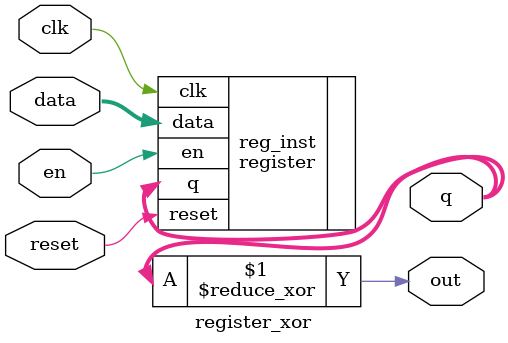
<source format=sv>
`timescale 1ns / 1ps


module register_xor
    #(parameter width = 8)
    (
    input logic clk,
    input logic reset,
    input logic en,
    input logic [width-1:0] data,
    output logic [width-1:0] q,
    output logic out
    );
    
    register #(.width(8)) reg_inst(
        .clk(clk),
        .reset(reset),
        .en(en),
        .data(data),
        .q(q)
    );
    
    assign out = ^q;
    
endmodule

</source>
